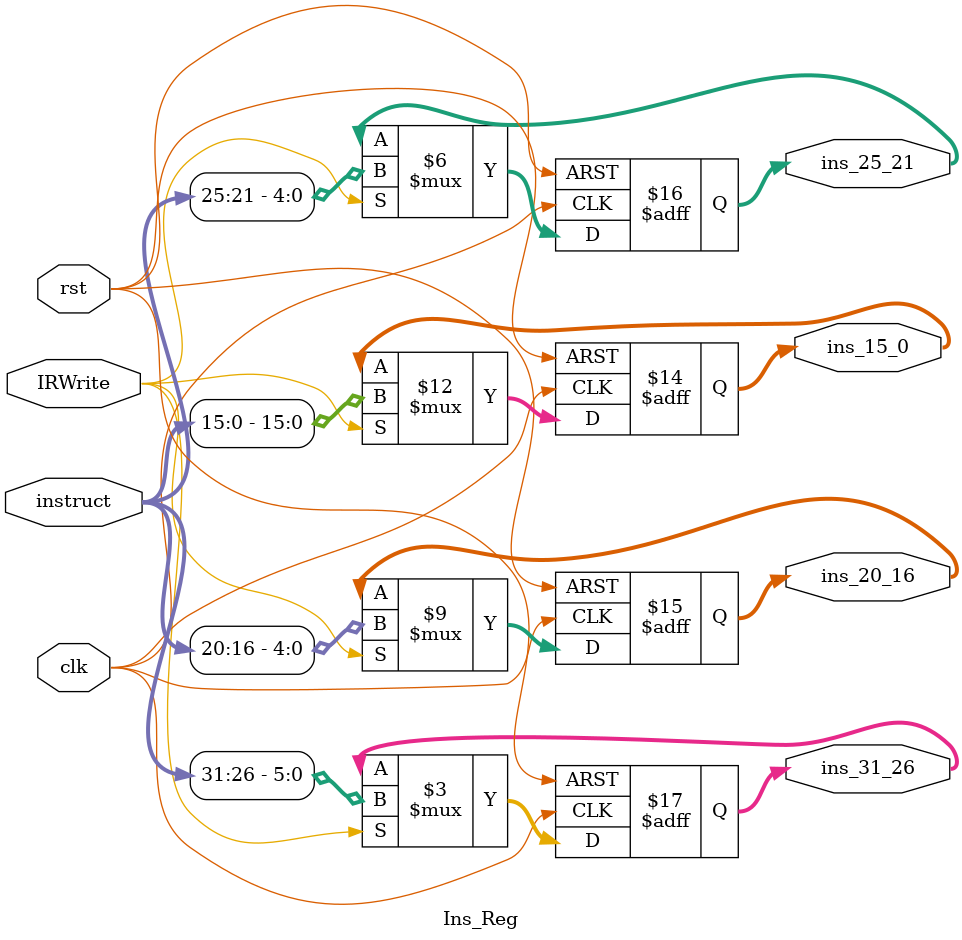
<source format=v>
`timescale 1ns / 1ps


module Ins_Reg
    #(parameter WIDTH = 32 ) // ¼Ä´æÆ÷Êý¾ÝÎ»¿í
    (input clk,
    input rst,
    input IRWrite,
    input [WIDTH-1:0] instruct,
    output reg [15:0]ins_15_0,
    output reg [4:0]ins_20_16,
    output reg [4:0]ins_25_21,
    output reg [5:0]ins_31_26
    );
    
    always@(posedge clk or posedge rst)
    begin
        if(rst)
        begin
            ins_15_0 <= 0;
            ins_20_16 <= 0;
            ins_25_21 <= 0;
            ins_31_26 <= 0;
        end 
        else if(IRWrite)
        begin
            ins_15_0 <= instruct[15:0];
            ins_20_16 <= instruct[20:16];
            ins_25_21 <= instruct[25:21];
            ins_31_26 <= instruct[31:26];
        end
        else 
        begin
            ins_15_0 <= ins_15_0;
            ins_20_16 <= ins_20_16;
            ins_25_21 <= ins_25_21;
            ins_31_26 <= ins_31_26;
        end   
    end
endmodule

</source>
